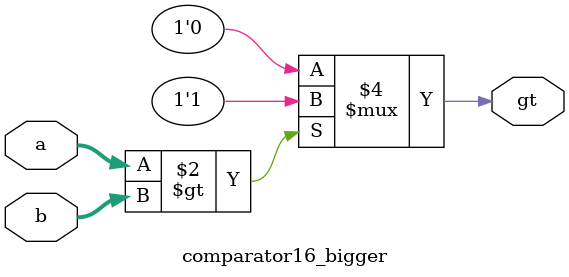
<source format=v>
module comparator16_bigger(
    input [15:0] a,
    input [15:0] b,
    output reg gt
);
    always @(*) begin
         if (a > b) begin
            gt = 1;
         end else begin
            gt = 0;
	 end
	 end
endmodule

</source>
